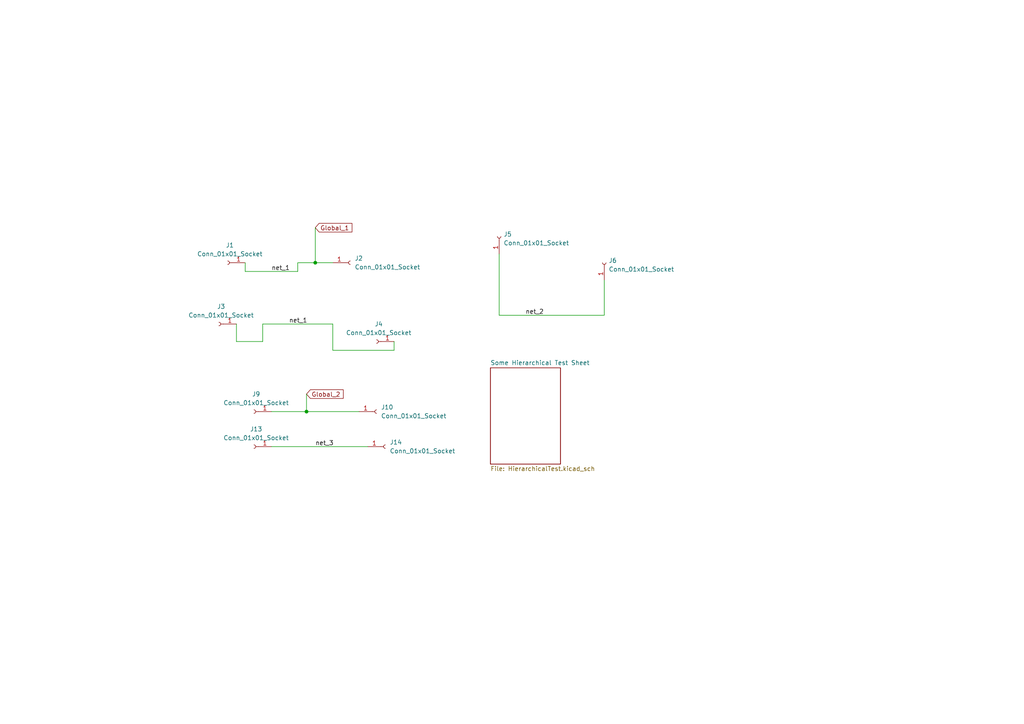
<source format=kicad_sch>
(kicad_sch (version 20231120) (generator "eeschema") (generator_version "8.0")
  (paper "A4")
  (lib_symbols
    (symbol "Connector:Conn_01x01_Socket" (pin_names (offset 1.016) hide)
      (property "Reference" "J" (at 0 2.54 0))
      (property "Value" "Conn_01x01_Socket" (at 0 -2.54 0))
      (symbol "Conn_01x01_Socket_1_1"
        (polyline (pts (xy -1.27 0) (xy -0.508 0)) (stroke (width 0.1524)))
        (arc (start 0 0.508) (mid -0.5058 0) (end 0 -0.508) (stroke (width 0.1524)))
        (pin passive line (at -5.08 0 0) (length 3.81) (name "Pin_1") (number "1"))
      )
    )
  )
  (junction (at 88.9 119.38))
  (junction (at 91.44 76.2))
  (wire (pts (xy 91.44 66.04) (xy 91.44 76.2)))
  (wire (pts (xy 78.74 129.54) (xy 106.68 129.54)))
  (wire (pts (xy 78.74 119.38) (xy 88.9 119.38)))
  (wire (pts (xy 71.12 76.2) (xy 71.12 78.74)))
  (wire (pts (xy 88.9 114.3) (xy 88.9 119.38)))
  (wire (pts (xy 86.36 78.74) (xy 86.36 76.2)))
  (wire (pts (xy 144.78 91.44) (xy 175.26 91.44)))
  (wire (pts (xy 68.58 93.98) (xy 68.58 99.06)))
  (wire (pts (xy 144.78 73.66) (xy 144.78 91.44)))
  (wire (pts (xy 71.12 78.74) (xy 86.36 78.74)))
  (wire (pts (xy 68.58 99.06) (xy 76.2 99.06)))
  (wire (pts (xy 114.3 101.6) (xy 114.3 99.06)))
  (wire (pts (xy 86.36 76.2) (xy 91.44 76.2)))
  (wire (pts (xy 91.44 76.2) (xy 96.52 76.2)))
  (wire (pts (xy 96.52 101.6) (xy 114.3 101.6)))
  (wire (pts (xy 175.26 81.28) (xy 175.26 91.44)))
  (wire (pts (xy 76.2 99.06) (xy 76.2 93.98)))
  (wire (pts (xy 88.9 119.38) (xy 104.14 119.38)))
  (wire (pts (xy 96.52 93.98) (xy 96.52 101.6)))
  (wire (pts (xy 76.2 93.98) (xy 96.52 93.98)))
  (label "net_1" (at 78.74 78.74 0))
  (label "net_3" (at 91.44 129.54 0))
  (label "net_2" (at 152.4 91.44 0))
  (label "net_1" (at 83.82 93.98 0))
  (global_label "Global_1" (shape input) (at 91.44 66.04 0) (property "Intersheetrefs" "${INTERSHEET_REFS}" (effects (hide yes))))
  (global_label "Global_2" (shape input) (at 88.9 114.3 0) (property "Intersheetrefs" "${INTERSHEET_REFS}" (effects (hide yes))))
  (symbol (lib_id "Connector:Conn_01x01_Socket") (at 63.5 93.98 180) (unit 1)
    (property "Reference" "J3" (at 64.135 88.9 0))
    (property "Value" "Conn_01x01_Socket" (at 64.135 91.44 0))
    (property "Footprint" "Connector_PinHeader_2.54mm:PinHeader_1x01_P2.54mm_Vertical" (effects (hide yes)))
    (property "Description" "Generic connector, single row, 01x01, script generated" (effects (hide yes)))
  )
  (symbol (lib_id "Connector:Conn_01x01_Socket") (at 175.26 76.2 90) (unit 1)
    (property "Reference" "J6" (at 176.53 75.5649 90) (effects (justify right)))
    (property "Value" "Conn_01x01_Socket" (at 176.53 78.1049 90) (effects (justify right)))
    (property "Footprint" "Connector_PinHeader_2.54mm:PinHeader_1x01_P2.54mm_Vertical" (effects (hide yes)))
    (property "Description" "Generic connector, single row, 01x01, script generated" (effects (hide yes)))
  )
  (symbol (lib_id "Connector:Conn_01x01_Socket") (at 144.78 68.58 90) (unit 1)
    (property "Reference" "J5" (at 146.05 67.9449 90) (effects (justify right)))
    (property "Value" "Conn_01x01_Socket" (at 146.05 70.4849 90) (effects (justify right)))
    (property "Footprint" "Connector_PinHeader_2.54mm:PinHeader_1x01_P2.54mm_Vertical" (effects (hide yes)))
    (property "Description" "Generic connector, single row, 01x01, script generated" (effects (hide yes)))
  )
  (symbol (lib_id "Connector:Conn_01x01_Socket") (at 109.22 119.38 0) (unit 1)
    (property "Reference" "J10" (at 110.49 118.1099 0) (effects (justify left)))
    (property "Value" "Conn_01x01_Socket" (at 110.49 120.6499 0) (effects (justify left)))
    (property "Footprint" "Connector_PinHeader_2.54mm:PinHeader_1x01_P2.54mm_Vertical" (effects (hide yes)))
    (property "Description" "Generic connector, single row, 01x01, script generated" (effects (hide yes)))
  )
  (symbol (lib_id "Connector:Conn_01x01_Socket") (at 66.04 76.2 180) (unit 1)
    (property "Reference" "J1" (at 66.675 71.12 0))
    (property "Value" "Conn_01x01_Socket" (at 66.675 73.66 0))
    (property "Footprint" "Connector_PinHeader_2.54mm:PinHeader_1x01_P2.54mm_Vertical" (effects (hide yes)))
    (property "Description" "Generic connector, single row, 01x01, script generated" (effects (hide yes)))
  )
  (symbol (lib_id "Connector:Conn_01x01_Socket") (at 73.66 129.54 180) (unit 1)
    (property "Reference" "J13" (at 74.295 124.46 0))
    (property "Value" "Conn_01x01_Socket" (at 74.295 127 0))
    (property "Footprint" "Connector_PinHeader_2.54mm:PinHeader_1x01_P2.54mm_Vertical" (effects (hide yes)))
    (property "Description" "Generic connector, single row, 01x01, script generated" (effects (hide yes)))
  )
  (symbol (lib_id "Connector:Conn_01x01_Socket") (at 101.6 76.2 0) (unit 1)
    (property "Reference" "J2" (at 102.87 74.9299 0) (effects (justify left)))
    (property "Value" "Conn_01x01_Socket" (at 102.87 77.4699 0) (effects (justify left)))
    (property "Footprint" "Connector_PinHeader_2.54mm:PinHeader_1x01_P2.54mm_Vertical" (effects (hide yes)))
    (property "Description" "Generic connector, single row, 01x01, script generated" (effects (hide yes)))
  )
  (symbol (lib_id "Connector:Conn_01x01_Socket") (at 111.76 129.54 0) (unit 1)
    (property "Reference" "J14" (at 113.03 128.2699 0) (effects (justify left)))
    (property "Value" "Conn_01x01_Socket" (at 113.03 130.8099 0) (effects (justify left)))
    (property "Footprint" "Connector_PinHeader_2.54mm:PinHeader_1x01_P2.54mm_Vertical" (effects (hide yes)))
    (property "Description" "Generic connector, single row, 01x01, script generated" (effects (hide yes)))
  )
  (symbol (lib_id "Connector:Conn_01x01_Socket") (at 109.22 99.06 180) (unit 1)
    (property "Reference" "J4" (at 109.855 93.98 0))
    (property "Value" "Conn_01x01_Socket" (at 109.855 96.52 0))
    (property "Footprint" "Connector_PinHeader_2.54mm:PinHeader_1x01_P2.54mm_Vertical" (effects (hide yes)))
    (property "Description" "Generic connector, single row, 01x01, script generated" (effects (hide yes)))
  )
  (symbol (lib_id "Connector:Conn_01x01_Socket") (at 73.66 119.38 180) (unit 1)
    (property "Reference" "J9" (at 74.295 114.3 0))
    (property "Value" "Conn_01x01_Socket" (at 74.295 116.84 0))
    (property "Footprint" "Connector_PinHeader_2.54mm:PinHeader_1x01_P2.54mm_Vertical" (effects (hide yes)))
    (property "Description" "Generic connector, single row, 01x01, script generated" (effects (hide yes)))
  )
  (sheet (at 142.24 106.68) (size 20.32 27.94) (stroke (width 0.1524))
    (property "Sheetname" "Some Hierarchical Test Sheet" (at 142.24 105.9684 0) (effects (justify left bottom)))
    (property "Sheetfile" "HierarchicalTest.kicad_sch" (at 142.24 135.2046 0) (effects (justify left top)))
  )
)
</source>
